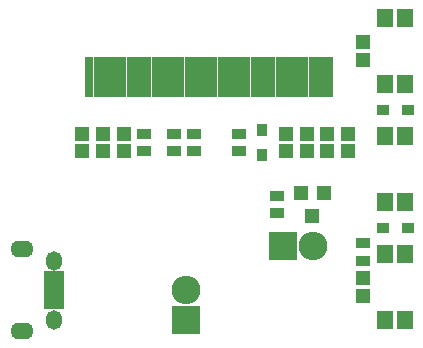
<source format=gbs>
G04 #@! TF.FileFunction,Soldermask,Bot*
%FSLAX46Y46*%
G04 Gerber Fmt 4.6, Leading zero omitted, Abs format (unit mm)*
G04 Created by KiCad (PCBNEW (2015-08-11 BZR 6084)-product) date Mi 23 Sep 2015 17:42:07 CEST*
%MOMM*%
G01*
G04 APERTURE LIST*
%ADD10C,0.100000*%
%ADD11R,0.800000X3.400000*%
%ADD12R,2.432000X2.432000*%
%ADD13O,2.432000X2.432000*%
%ADD14R,0.850000X0.990000*%
%ADD15R,1.300000X0.900000*%
%ADD16R,1.750000X0.800000*%
%ADD17O,1.350000X1.650000*%
%ADD18O,1.950000X1.400000*%
%ADD19R,1.150000X1.200000*%
%ADD20R,0.990000X0.850000*%
%ADD21R,1.200100X1.200100*%
%ADD22R,1.400000X1.600000*%
G04 APERTURE END LIST*
D10*
D11*
X47650000Y-27250000D03*
X46950000Y-27250000D03*
X46250000Y-27250000D03*
X45550000Y-27250000D03*
X44850000Y-27250000D03*
X43450000Y-27250000D03*
X42750000Y-27250000D03*
X42050000Y-27250000D03*
X41350000Y-27250000D03*
X40650000Y-27250000D03*
X39950000Y-27250000D03*
X39250000Y-27250000D03*
X38550000Y-27250000D03*
X37850000Y-27250000D03*
X37150000Y-27250000D03*
X36450000Y-27250000D03*
X35750000Y-27250000D03*
X35050000Y-27250000D03*
X34350000Y-27250000D03*
X33650000Y-27250000D03*
X32950000Y-27250000D03*
X32250000Y-27250000D03*
X31550000Y-27250000D03*
X30850000Y-27250000D03*
X30150000Y-27250000D03*
X29450000Y-27250000D03*
X28750000Y-27250000D03*
X28050000Y-27250000D03*
X27350000Y-27250000D03*
X44150000Y-27250000D03*
D12*
X43726696Y-41500000D03*
D13*
X46266696Y-41500000D03*
D14*
X42000000Y-33805000D03*
X42000000Y-31695000D03*
D15*
X40000000Y-32000000D03*
X40000000Y-33500000D03*
D16*
X24312540Y-46550900D03*
X24312540Y-45900900D03*
X24312540Y-45250900D03*
X24312540Y-44600900D03*
X24312540Y-43950900D03*
D17*
X24312540Y-47750900D03*
X24312540Y-42750900D03*
D18*
X21612540Y-48750900D03*
X21612540Y-41750900D03*
D12*
X35500000Y-47750000D03*
D13*
X35500000Y-45210000D03*
D19*
X50500000Y-24250000D03*
X50500000Y-25750000D03*
X50500000Y-45750000D03*
X50500000Y-44250000D03*
X45750000Y-32000000D03*
X45750000Y-33500000D03*
X44000000Y-32000000D03*
X44000000Y-33500000D03*
X30250000Y-32000000D03*
X30250000Y-33500000D03*
X26750000Y-32000000D03*
X26750000Y-33500000D03*
X49250000Y-33500000D03*
X49250000Y-32000000D03*
X47500000Y-33500000D03*
X47500000Y-32000000D03*
X28500000Y-32000000D03*
X28500000Y-33500000D03*
D20*
X52195000Y-30000000D03*
X54305000Y-30000000D03*
X52195000Y-40000000D03*
X54305000Y-40000000D03*
D21*
X45276696Y-36999240D03*
X47176696Y-36999240D03*
X46226696Y-38998220D03*
D15*
X43226696Y-37250000D03*
X43226696Y-38750000D03*
X34500000Y-33500000D03*
X34500000Y-32000000D03*
X36250000Y-33500000D03*
X36250000Y-32000000D03*
X50500000Y-41250000D03*
X50500000Y-42750000D03*
X32000000Y-32000000D03*
X32000000Y-33500000D03*
D22*
X54100000Y-27800000D03*
X54100000Y-22200000D03*
X52400000Y-27800000D03*
X52400000Y-22200000D03*
X54100000Y-47800000D03*
X54100000Y-42200000D03*
X52400000Y-47800000D03*
X52400000Y-42200000D03*
X54100000Y-37800000D03*
X54100000Y-32200000D03*
X52400000Y-37800000D03*
X52400000Y-32200000D03*
M02*

</source>
